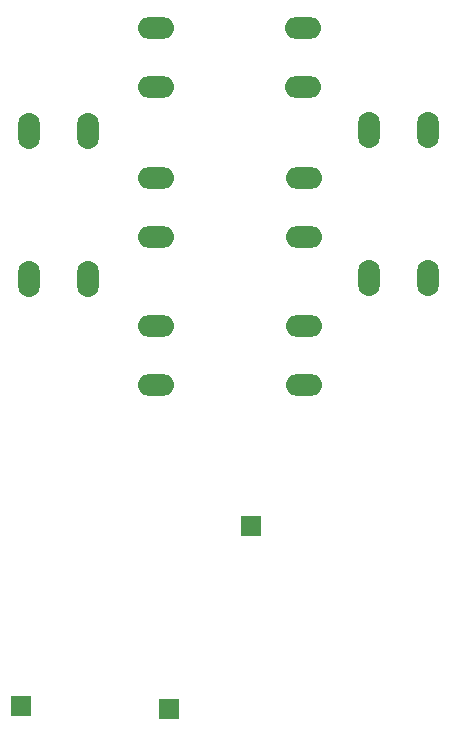
<source format=gbs>
%TF.GenerationSoftware,KiCad,Pcbnew,7.0.10*%
%TF.CreationDate,2024-03-22T23:10:46-04:00*%
%TF.ProjectId,Remote PCB,52656d6f-7465-4205-9043-422e6b696361,rev?*%
%TF.SameCoordinates,Original*%
%TF.FileFunction,Soldermask,Bot*%
%TF.FilePolarity,Negative*%
%FSLAX46Y46*%
G04 Gerber Fmt 4.6, Leading zero omitted, Abs format (unit mm)*
G04 Created by KiCad (PCBNEW 7.0.10) date 2024-03-22 23:10:46*
%MOMM*%
%LPD*%
G01*
G04 APERTURE LIST*
%ADD10O,3.048000X1.850000*%
%ADD11O,1.850000X3.048000*%
%ADD12R,1.700000X1.700000*%
G04 APERTURE END LIST*
D10*
%TO.C,SW3*%
X27198000Y-44109000D03*
X39698000Y-44109000D03*
X27198000Y-49109000D03*
X39698000Y-49109000D03*
%TD*%
%TO.C,SW2*%
X27198000Y-31548000D03*
X39698000Y-31548000D03*
X27198000Y-36548000D03*
X39698000Y-36548000D03*
%TD*%
D11*
%TO.C,SW5*%
X45252000Y-40022000D03*
X45252000Y-27522000D03*
X50252000Y-40022000D03*
X50252000Y-27522000D03*
%TD*%
D12*
%TO.C,VBATT*%
X15748000Y-76327000D03*
%TD*%
%TO.C,GND*%
X28321000Y-76581000D03*
%TD*%
D10*
%TO.C,SW1*%
X27161000Y-18923000D03*
X39661000Y-18923000D03*
X27161000Y-23923000D03*
X39661000Y-23923000D03*
%TD*%
D11*
%TO.C,SW4*%
X16423000Y-40149000D03*
X16423000Y-27649000D03*
X21423000Y-40149000D03*
X21423000Y-27649000D03*
%TD*%
D12*
%TO.C,IRQ*%
X35256000Y-61070000D03*
%TD*%
M02*

</source>
